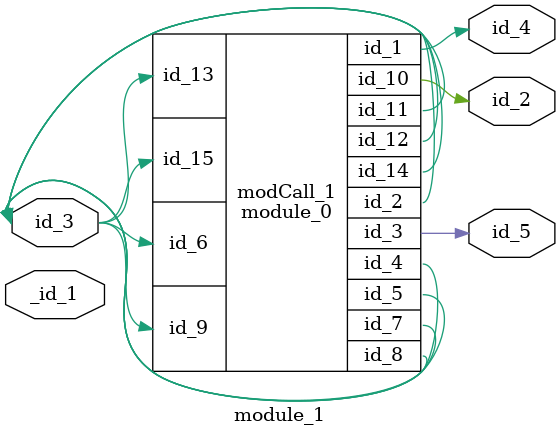
<source format=v>
module module_0 (
    id_1,
    id_2,
    id_3,
    id_4,
    id_5,
    id_6,
    id_7,
    id_8,
    id_9,
    id_10,
    id_11,
    id_12,
    id_13,
    id_14,
    id_15
);
  input wire id_15;
  inout wire id_14;
  input wire id_13;
  inout wire id_12;
  output wire id_11;
  output wire id_10;
  input wire id_9;
  output wire id_8;
  inout wire id_7;
  input wire id_6;
  inout wire id_5;
  inout wire id_4;
  output wire id_3;
  inout wire id_2;
  output wire id_1;
endmodule
module module_1 #(
    parameter id_1 = 32'd3
) (
    _id_1,
    id_2,
    id_3,
    id_4,
    id_5
);
  output wire id_5;
  output wire id_4;
  inout wire id_3;
  output wire id_2;
  input wire _id_1;
  module_0 modCall_1 (
      id_4,
      id_3,
      id_5,
      id_3,
      id_3,
      id_3,
      id_3,
      id_3,
      id_3,
      id_2,
      id_3,
      id_3,
      id_3,
      id_3,
      id_3
  );
  wire [1 : id_1] id_6;
endmodule

</source>
